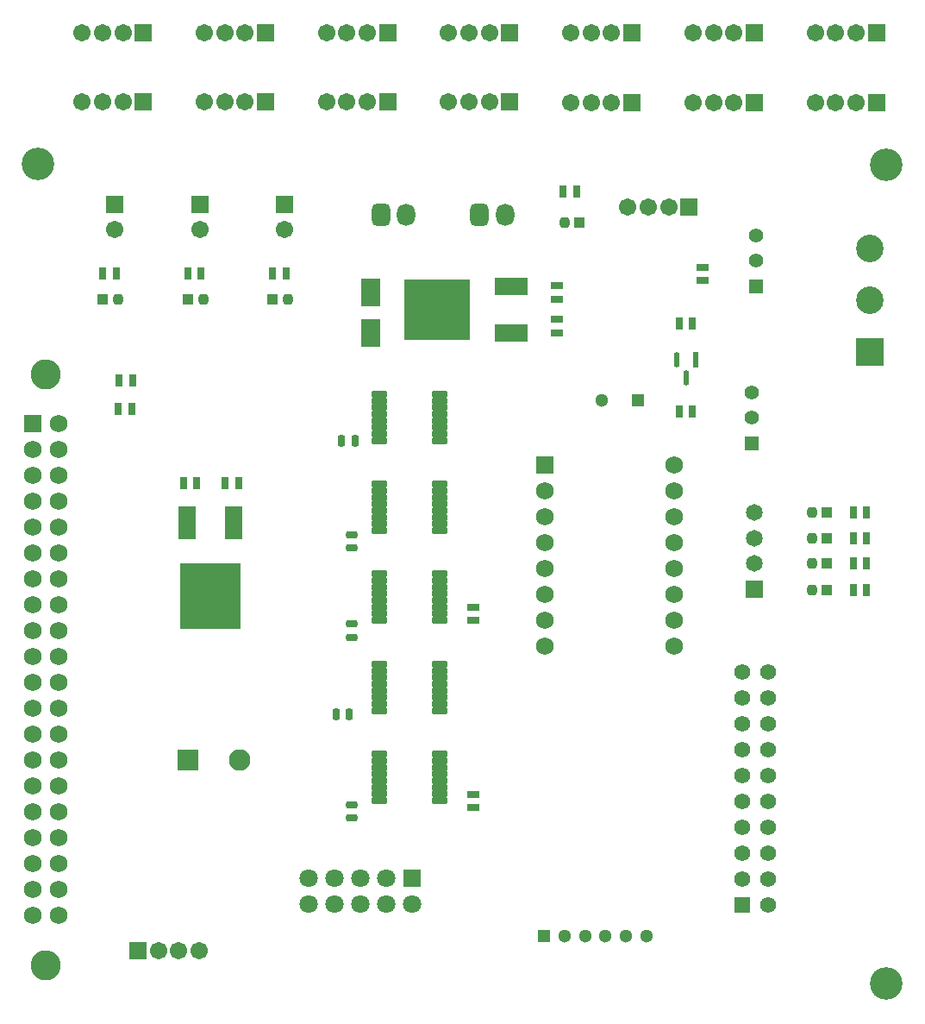
<source format=gts>
G04*
G04 #@! TF.GenerationSoftware,Altium Limited,Altium Designer,20.1.8 (145)*
G04*
G04 Layer_Color=8388736*
%FSLAX25Y25*%
%MOIN*%
G70*
G04*
G04 #@! TF.SameCoordinates,8A5546FC-2E64-4ACD-A3F0-66F597033F2E*
G04*
G04*
G04 #@! TF.FilePolarity,Negative*
G04*
G01*
G75*
G04:AMPARAMS|DCode=29|XSize=60.01mil|YSize=22.75mil|CornerRadius=11.38mil|HoleSize=0mil|Usage=FLASHONLY|Rotation=270.000|XOffset=0mil|YOffset=0mil|HoleType=Round|Shape=RoundedRectangle|*
%AMROUNDEDRECTD29*
21,1,0.06001,0.00000,0,0,270.0*
21,1,0.03725,0.02275,0,0,270.0*
1,1,0.02275,0.00000,-0.01863*
1,1,0.02275,0.00000,0.01863*
1,1,0.02275,0.00000,0.01863*
1,1,0.02275,0.00000,-0.01863*
%
%ADD29ROUNDEDRECTD29*%
%ADD30R,0.02275X0.06001*%
G04:AMPARAMS|DCode=34|XSize=25.72mil|YSize=63.12mil|CornerRadius=5.95mil|HoleSize=0mil|Usage=FLASHONLY|Rotation=90.000|XOffset=0mil|YOffset=0mil|HoleType=Round|Shape=RoundedRectangle|*
%AMROUNDEDRECTD34*
21,1,0.02572,0.05122,0,0,90.0*
21,1,0.01382,0.06312,0,0,90.0*
1,1,0.01190,0.02561,0.00691*
1,1,0.01190,0.02561,-0.00691*
1,1,0.01190,-0.02561,-0.00691*
1,1,0.01190,-0.02561,0.00691*
%
%ADD34ROUNDEDRECTD34*%
G04:AMPARAMS|DCode=35|XSize=27.69mil|YSize=45.4mil|CornerRadius=8.92mil|HoleSize=0mil|Usage=FLASHONLY|Rotation=180.000|XOffset=0mil|YOffset=0mil|HoleType=Round|Shape=RoundedRectangle|*
%AMROUNDEDRECTD35*
21,1,0.02769,0.02756,0,0,180.0*
21,1,0.00984,0.04540,0,0,180.0*
1,1,0.01784,-0.00492,0.01378*
1,1,0.01784,0.00492,0.01378*
1,1,0.01784,0.00492,-0.01378*
1,1,0.01784,-0.00492,-0.01378*
%
%ADD35ROUNDEDRECTD35*%
%ADD36R,0.02769X0.04540*%
%ADD37R,0.03950X0.03950*%
G04:AMPARAMS|DCode=38|XSize=39.5mil|YSize=39.5mil|CornerRadius=11.87mil|HoleSize=0mil|Usage=FLASHONLY|Rotation=180.000|XOffset=0mil|YOffset=0mil|HoleType=Round|Shape=RoundedRectangle|*
%AMROUNDEDRECTD38*
21,1,0.03950,0.01575,0,0,180.0*
21,1,0.01575,0.03950,0,0,180.0*
1,1,0.02375,-0.00787,0.00787*
1,1,0.02375,0.00787,0.00787*
1,1,0.02375,0.00787,-0.00787*
1,1,0.02375,-0.00787,-0.00787*
%
%ADD38ROUNDEDRECTD38*%
%ADD39R,0.07099X0.12611*%
%ADD40R,0.23635X0.25210*%
G04:AMPARAMS|DCode=41|XSize=27.69mil|YSize=45.4mil|CornerRadius=8.92mil|HoleSize=0mil|Usage=FLASHONLY|Rotation=270.000|XOffset=0mil|YOffset=0mil|HoleType=Round|Shape=RoundedRectangle|*
%AMROUNDEDRECTD41*
21,1,0.02769,0.02756,0,0,270.0*
21,1,0.00984,0.04540,0,0,270.0*
1,1,0.01784,-0.01378,-0.00492*
1,1,0.01784,-0.01378,0.00492*
1,1,0.01784,0.01378,0.00492*
1,1,0.01784,0.01378,-0.00492*
%
%ADD41ROUNDEDRECTD41*%
%ADD42R,0.04540X0.02769*%
%ADD43R,0.12611X0.07099*%
%ADD44R,0.25210X0.23635*%
%ADD45R,0.07493X0.10642*%
%ADD46R,0.07099X0.07099*%
%ADD47C,0.07099*%
%ADD48R,0.08280X0.08280*%
%ADD49C,0.08280*%
%ADD50R,0.06824X0.06824*%
%ADD51C,0.06824*%
%ADD52C,0.05118*%
%ADD53R,0.05118X0.05118*%
%ADD54C,0.11627*%
%ADD55R,0.06800X0.06800*%
%ADD56C,0.06800*%
%ADD57C,0.06706*%
%ADD58R,0.06706X0.06706*%
%ADD59O,0.07099X0.08674*%
G04:AMPARAMS|DCode=60|XSize=86.74mil|YSize=70.99mil|CornerRadius=19.75mil|HoleSize=0mil|Usage=FLASHONLY|Rotation=90.000|XOffset=0mil|YOffset=0mil|HoleType=Round|Shape=RoundedRectangle|*
%AMROUNDEDRECTD60*
21,1,0.08674,0.03150,0,0,90.0*
21,1,0.04724,0.07099,0,0,90.0*
1,1,0.03950,0.01575,0.02362*
1,1,0.03950,0.01575,-0.02362*
1,1,0.03950,-0.01575,-0.02362*
1,1,0.03950,-0.01575,0.02362*
%
%ADD60ROUNDEDRECTD60*%
%ADD61C,0.12611*%
%ADD62C,0.05512*%
%ADD63R,0.05512X0.05512*%
%ADD64C,0.06181*%
%ADD65R,0.06181X0.06181*%
%ADD66C,0.10642*%
%ADD67R,0.10642X0.10642*%
%ADD68R,0.06509X0.06509*%
%ADD69C,0.06509*%
D29*
X266976Y245730D02*
D03*
X263236Y252897D02*
D03*
D30*
X270716D02*
D03*
D34*
X148425Y239469D02*
D03*
Y236909D02*
D03*
Y234350D02*
D03*
Y231791D02*
D03*
Y229232D02*
D03*
Y226673D02*
D03*
Y224114D02*
D03*
Y221555D02*
D03*
X171653Y239469D02*
D03*
Y236909D02*
D03*
Y234350D02*
D03*
Y231791D02*
D03*
Y229232D02*
D03*
Y226673D02*
D03*
Y224114D02*
D03*
Y221555D02*
D03*
X148425Y169980D02*
D03*
Y167421D02*
D03*
Y164862D02*
D03*
Y162303D02*
D03*
Y159744D02*
D03*
Y157185D02*
D03*
Y154626D02*
D03*
Y152067D02*
D03*
X171653Y169980D02*
D03*
Y167421D02*
D03*
Y164862D02*
D03*
Y162303D02*
D03*
Y159744D02*
D03*
Y157185D02*
D03*
Y154626D02*
D03*
Y152067D02*
D03*
X148425Y204626D02*
D03*
Y202067D02*
D03*
Y199508D02*
D03*
Y196949D02*
D03*
Y194390D02*
D03*
Y191831D02*
D03*
Y189272D02*
D03*
Y186713D02*
D03*
X171653Y204626D02*
D03*
Y202067D02*
D03*
Y199508D02*
D03*
Y196949D02*
D03*
Y194390D02*
D03*
Y191831D02*
D03*
Y189272D02*
D03*
Y186713D02*
D03*
X148425Y135138D02*
D03*
Y132579D02*
D03*
Y130020D02*
D03*
Y127461D02*
D03*
Y124902D02*
D03*
Y122343D02*
D03*
Y119783D02*
D03*
Y117224D02*
D03*
X171653Y135138D02*
D03*
Y132579D02*
D03*
Y130020D02*
D03*
Y127461D02*
D03*
Y124902D02*
D03*
Y122343D02*
D03*
Y119783D02*
D03*
Y117224D02*
D03*
Y82382D02*
D03*
Y84941D02*
D03*
Y87500D02*
D03*
Y90059D02*
D03*
Y92618D02*
D03*
Y95177D02*
D03*
Y97736D02*
D03*
Y100295D02*
D03*
X148425Y82382D02*
D03*
Y84941D02*
D03*
Y87500D02*
D03*
Y90059D02*
D03*
Y92618D02*
D03*
Y95177D02*
D03*
Y97736D02*
D03*
Y100295D02*
D03*
D35*
X133813Y221457D02*
D03*
X138931D02*
D03*
X131693Y115748D02*
D03*
X136811D02*
D03*
D36*
X79429Y286221D02*
D03*
X74311D02*
D03*
X46555D02*
D03*
X41437D02*
D03*
X47835Y244882D02*
D03*
X52953D02*
D03*
X47543Y233673D02*
D03*
X52661D02*
D03*
X77756Y205118D02*
D03*
X72638D02*
D03*
X93898D02*
D03*
X88779D02*
D03*
X219488Y317717D02*
D03*
X224606D02*
D03*
X264417Y266636D02*
D03*
X269535D02*
D03*
Y232778D02*
D03*
X264417D02*
D03*
X112303Y286221D02*
D03*
X107185D02*
D03*
X336811Y193701D02*
D03*
X331693D02*
D03*
X336811Y183858D02*
D03*
X331693D02*
D03*
X336811Y174016D02*
D03*
X331693D02*
D03*
X336811Y163779D02*
D03*
X331693D02*
D03*
D37*
X74311Y275984D02*
D03*
X41437D02*
D03*
X225787Y305906D02*
D03*
X107185Y275984D02*
D03*
X321457Y193701D02*
D03*
Y183858D02*
D03*
Y174016D02*
D03*
Y163779D02*
D03*
D38*
X80216Y275984D02*
D03*
X47343D02*
D03*
X219882Y305906D02*
D03*
X113091Y275984D02*
D03*
X315551Y193701D02*
D03*
Y183858D02*
D03*
Y174016D02*
D03*
Y163779D02*
D03*
D39*
X92087Y189764D02*
D03*
X74055D02*
D03*
D40*
X83071Y161417D02*
D03*
D41*
X137795Y180118D02*
D03*
Y185236D02*
D03*
Y80905D02*
D03*
Y75787D02*
D03*
X137795Y145472D02*
D03*
Y150591D02*
D03*
D42*
X184646Y151969D02*
D03*
Y157087D02*
D03*
Y79724D02*
D03*
Y84842D02*
D03*
X216929Y263189D02*
D03*
Y268307D02*
D03*
X273228Y288386D02*
D03*
Y283268D02*
D03*
X216929Y276181D02*
D03*
Y281299D02*
D03*
D43*
X199213Y263032D02*
D03*
Y281063D02*
D03*
D44*
X170866Y272047D02*
D03*
D45*
X144882Y262992D02*
D03*
Y278740D02*
D03*
D46*
X160945Y52382D02*
D03*
D47*
Y42382D02*
D03*
X150945Y52382D02*
D03*
Y42382D02*
D03*
X140945D02*
D03*
Y52382D02*
D03*
X130945Y42382D02*
D03*
X120945D02*
D03*
X130945Y52382D02*
D03*
X120945D02*
D03*
D48*
X74252Y98032D02*
D03*
D49*
X94252D02*
D03*
D50*
X212402Y212165D02*
D03*
D51*
Y202165D02*
D03*
Y192165D02*
D03*
Y182165D02*
D03*
Y172165D02*
D03*
Y162165D02*
D03*
Y152165D02*
D03*
Y142165D02*
D03*
X262402D02*
D03*
Y152165D02*
D03*
Y162165D02*
D03*
Y172165D02*
D03*
Y182165D02*
D03*
Y192165D02*
D03*
Y202165D02*
D03*
Y212165D02*
D03*
D52*
X234449Y237008D02*
D03*
X251575Y29921D02*
D03*
X243701D02*
D03*
X235827D02*
D03*
X227953D02*
D03*
X220079D02*
D03*
D53*
X248228Y237008D02*
D03*
X212205Y29921D02*
D03*
D54*
X19500Y18827D02*
D03*
Y247173D02*
D03*
D55*
X14500Y228000D02*
D03*
D56*
Y218000D02*
D03*
Y208000D02*
D03*
Y198000D02*
D03*
Y188000D02*
D03*
Y178000D02*
D03*
X24500Y228000D02*
D03*
Y218000D02*
D03*
Y208000D02*
D03*
Y198000D02*
D03*
Y188000D02*
D03*
Y178000D02*
D03*
X14500Y168000D02*
D03*
X24500D02*
D03*
X14500Y158000D02*
D03*
Y148000D02*
D03*
Y138000D02*
D03*
Y128000D02*
D03*
Y118000D02*
D03*
Y108000D02*
D03*
X24500Y158000D02*
D03*
Y148000D02*
D03*
Y138000D02*
D03*
Y128000D02*
D03*
Y118000D02*
D03*
Y108000D02*
D03*
X14500Y98000D02*
D03*
X24500D02*
D03*
X14500Y88000D02*
D03*
Y78000D02*
D03*
Y68000D02*
D03*
Y58000D02*
D03*
Y48000D02*
D03*
Y38000D02*
D03*
X24500Y88000D02*
D03*
Y78000D02*
D03*
Y68000D02*
D03*
Y58000D02*
D03*
Y48000D02*
D03*
Y38000D02*
D03*
D57*
X46063Y302953D02*
D03*
X244488Y311811D02*
D03*
X260236D02*
D03*
X252362D02*
D03*
X111811Y302953D02*
D03*
X316929Y352165D02*
D03*
X332677D02*
D03*
X324803D02*
D03*
X269685D02*
D03*
X285433D02*
D03*
X277559D02*
D03*
X222441D02*
D03*
X238189D02*
D03*
X230315D02*
D03*
X78937Y302953D02*
D03*
X80709Y352559D02*
D03*
X96457D02*
D03*
X88583D02*
D03*
X80709Y378937D02*
D03*
X96457D02*
D03*
X88583D02*
D03*
X33465Y352559D02*
D03*
X49213D02*
D03*
X41339D02*
D03*
X33465Y378937D02*
D03*
X49213D02*
D03*
X41339D02*
D03*
X175197Y352559D02*
D03*
X190945D02*
D03*
X183071D02*
D03*
X175197Y378937D02*
D03*
X190945D02*
D03*
X183071D02*
D03*
X127953Y352559D02*
D03*
X143701D02*
D03*
X135827D02*
D03*
X127953Y378937D02*
D03*
X143701D02*
D03*
X135827D02*
D03*
X316929D02*
D03*
X332677D02*
D03*
X324803D02*
D03*
X269685D02*
D03*
X285433D02*
D03*
X277559D02*
D03*
X222441D02*
D03*
X238189D02*
D03*
X230315D02*
D03*
X78740Y24409D02*
D03*
X62992D02*
D03*
X70866D02*
D03*
D58*
X46063Y312795D02*
D03*
X268110Y311811D02*
D03*
X111811Y312795D02*
D03*
X340551Y352165D02*
D03*
X293307D02*
D03*
X246063D02*
D03*
X78937Y312795D02*
D03*
X104331Y352559D02*
D03*
Y378937D02*
D03*
X57087Y352559D02*
D03*
Y378937D02*
D03*
X198819Y352559D02*
D03*
Y378937D02*
D03*
X151575Y352559D02*
D03*
Y378937D02*
D03*
X340551D02*
D03*
X293307D02*
D03*
X246063D02*
D03*
X55118Y24409D02*
D03*
D59*
X196932Y308661D02*
D03*
X158858D02*
D03*
D60*
X187089D02*
D03*
X149016D02*
D03*
D61*
X16535Y328346D02*
D03*
X344488Y11811D02*
D03*
Y327953D02*
D03*
D62*
X293996Y300787D02*
D03*
Y290945D02*
D03*
X292421Y240158D02*
D03*
Y230315D02*
D03*
D63*
X293996Y281102D02*
D03*
X292421Y220472D02*
D03*
D64*
X298622Y132008D02*
D03*
Y122008D02*
D03*
Y112008D02*
D03*
Y102008D02*
D03*
Y92008D02*
D03*
Y82008D02*
D03*
Y72008D02*
D03*
Y62008D02*
D03*
Y52008D02*
D03*
Y42008D02*
D03*
X288622Y132008D02*
D03*
Y122008D02*
D03*
Y112008D02*
D03*
Y102008D02*
D03*
Y92008D02*
D03*
Y82008D02*
D03*
Y72008D02*
D03*
Y62008D02*
D03*
Y52008D02*
D03*
D65*
Y42008D02*
D03*
D66*
X338189Y295905D02*
D03*
Y275905D02*
D03*
D67*
Y255906D02*
D03*
D68*
X293307Y164173D02*
D03*
D69*
Y174016D02*
D03*
Y183858D02*
D03*
Y193701D02*
D03*
M02*

</source>
